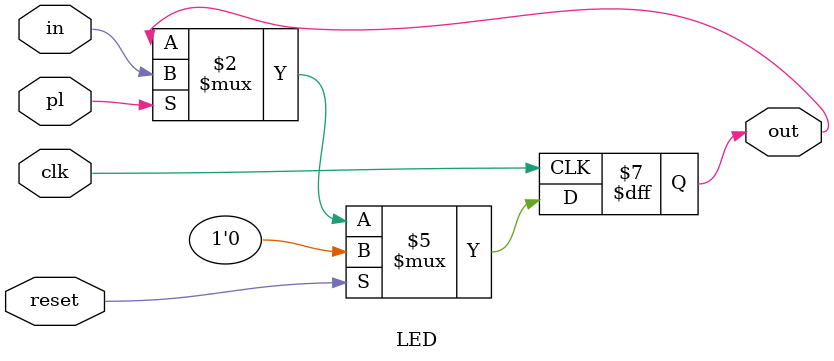
<source format=v>
`timescale 1ns / 1ps

module LED(clk, reset, pl, in, out);

    input in, pl, clk, reset;
    output reg out;
        
    
    always@(posedge clk)
        if(reset)
            out <= 0;
        else if(pl)
            out <= in;
           
endmodule
</source>
